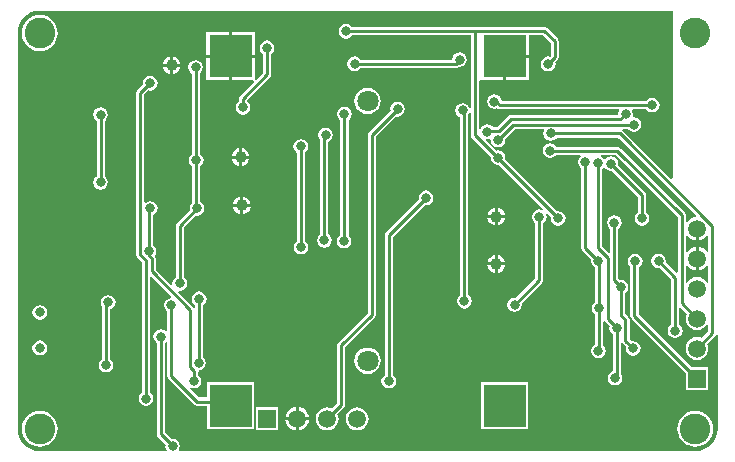
<source format=gbl>
G04 Layer_Physical_Order=2*
G04 Layer_Color=16711680*
%FSLAX25Y25*%
%MOIN*%
G70*
G01*
G75*
%ADD29C,0.01000*%
%ADD30C,0.10236*%
%ADD31R,0.05906X0.05906*%
%ADD32C,0.05906*%
%ADD33R,0.05906X0.05906*%
%ADD34C,0.07087*%
%ADD35C,0.03150*%
%ADD36C,0.03937*%
%ADD37R,0.14173X0.14173*%
G36*
X228453Y71670D02*
X228985Y71740D01*
X229946Y72138D01*
X230772Y72771D01*
X231218Y73353D01*
X231718Y73183D01*
Y67998D01*
X231218Y67828D01*
X230772Y68410D01*
X229946Y69043D01*
X228985Y69442D01*
X228453Y69512D01*
Y65591D01*
Y61669D01*
X228985Y61739D01*
X229946Y62138D01*
X230772Y62771D01*
X231218Y63353D01*
X231718Y63183D01*
Y57683D01*
X231376Y57546D01*
X231218Y57544D01*
X230648Y58286D01*
X229859Y58892D01*
X228939Y59273D01*
X227953Y59403D01*
X226966Y59273D01*
X226047Y58892D01*
X225257Y58286D01*
X224687Y57544D01*
X224530Y57546D01*
X224187Y57683D01*
Y63183D01*
X224687Y63353D01*
X225134Y62771D01*
X225959Y62138D01*
X226921Y61739D01*
X227453Y61669D01*
Y65591D01*
Y69512D01*
X226921Y69442D01*
X225959Y69043D01*
X225134Y68410D01*
X224687Y67828D01*
X224187Y67998D01*
Y73183D01*
X224687Y73353D01*
X225134Y72771D01*
X225959Y72138D01*
X226921Y71740D01*
X227453Y71670D01*
Y75590D01*
X228453D01*
Y71670D01*
D02*
G37*
G36*
X8858Y148161D02*
X219882D01*
Y130512D01*
Y92280D01*
X219420Y92089D01*
X203269Y108240D01*
X203054Y108384D01*
X203205Y108884D01*
X204905D01*
X205158Y108505D01*
X205953Y107974D01*
X206890Y107788D01*
X207827Y107974D01*
X208621Y108505D01*
X209152Y109299D01*
X209338Y110236D01*
X209152Y111173D01*
X208621Y111968D01*
X207827Y112498D01*
X206890Y112685D01*
X206840Y112675D01*
X206449Y113107D01*
X206582Y113779D01*
X206396Y114717D01*
X206248Y114939D01*
X206484Y115380D01*
X211008D01*
X211261Y115001D01*
X212055Y114470D01*
X212992Y114284D01*
X213929Y114470D01*
X214724Y115001D01*
X215254Y115795D01*
X215441Y116732D01*
X215254Y117669D01*
X214724Y118464D01*
X213929Y118994D01*
X212992Y119181D01*
X212055Y118994D01*
X211261Y118464D01*
X211008Y118085D01*
X162848D01*
X162695Y118850D01*
X162164Y119645D01*
X161370Y120176D01*
X160433Y120362D01*
X159496Y120176D01*
X158702Y119645D01*
X158171Y118850D01*
X157984Y117913D01*
X158171Y116976D01*
X158702Y116182D01*
X159496Y115651D01*
X160433Y115465D01*
X161370Y115651D01*
X161402Y115673D01*
X161687Y115482D01*
X162205Y115380D01*
X201784D01*
X202020Y114939D01*
X201872Y114717D01*
X201685Y113779D01*
X201387Y113416D01*
X165976D01*
X165976Y113416D01*
X165458Y113313D01*
X165019Y113020D01*
X161372Y109372D01*
X159958D01*
X159802Y109606D01*
X159008Y110136D01*
X158071Y110323D01*
X157134Y110136D01*
X156339Y109606D01*
X155809Y108811D01*
X155790Y108716D01*
X155290Y108765D01*
Y124750D01*
X155693Y124984D01*
X163279D01*
Y133071D01*
X163779D01*
Y133571D01*
X171866D01*
Y140131D01*
X176459D01*
X179159Y137432D01*
Y133238D01*
X178793Y132872D01*
X178347Y132960D01*
X177409Y132774D01*
X176615Y132243D01*
X176084Y131449D01*
X175898Y130512D01*
X176084Y129575D01*
X176615Y128780D01*
X177409Y128250D01*
X178347Y128063D01*
X179283Y128250D01*
X180078Y128780D01*
X180609Y129575D01*
X180795Y130512D01*
X180706Y130958D01*
X181468Y131721D01*
X181468Y131721D01*
X181762Y132159D01*
X181865Y132677D01*
X181865Y132677D01*
Y137992D01*
X181865Y137992D01*
X181762Y138510D01*
X181468Y138949D01*
X181468Y138949D01*
X177976Y142441D01*
X177537Y142734D01*
X177020Y142837D01*
X177020Y142837D01*
X112911D01*
X112755Y143070D01*
X111961Y143601D01*
X111024Y143787D01*
X110087Y143601D01*
X109292Y143070D01*
X108761Y142276D01*
X108575Y141339D01*
X108761Y140401D01*
X109292Y139607D01*
X110087Y139076D01*
X111024Y138890D01*
X111961Y139076D01*
X112755Y139607D01*
X113105Y140131D01*
X152584D01*
Y115852D01*
X152084Y115803D01*
X152065Y115898D01*
X151535Y116692D01*
X150740Y117223D01*
X149803Y117409D01*
X148866Y117223D01*
X148072Y116692D01*
X147541Y115898D01*
X147354Y114961D01*
X147541Y114024D01*
X148072Y113229D01*
X148844Y112713D01*
Y112599D01*
X148844Y112598D01*
X148947Y112081D01*
X149041Y111940D01*
Y53362D01*
X148662Y53109D01*
X148132Y52315D01*
X147945Y51378D01*
X148132Y50441D01*
X148662Y49646D01*
X149457Y49116D01*
X150394Y48929D01*
X151331Y49116D01*
X152125Y49646D01*
X152656Y50441D01*
X152842Y51378D01*
X152656Y52315D01*
X152125Y53109D01*
X151746Y53362D01*
Y112401D01*
X151746Y112402D01*
X151644Y112919D01*
X151550Y113060D01*
Y113252D01*
X152065Y114024D01*
X152084Y114118D01*
X152584Y114069D01*
Y106693D01*
X152584Y106693D01*
X152687Y106175D01*
X152980Y105736D01*
X159222Y99495D01*
X159166Y99213D01*
X159352Y98276D01*
X159883Y97481D01*
X160677Y96950D01*
X161614Y96764D01*
X161897Y96820D01*
X176453Y82263D01*
X176192Y81817D01*
X175394Y81976D01*
X174457Y81790D01*
X173662Y81259D01*
X173132Y80465D01*
X172945Y79528D01*
X173132Y78591D01*
X173662Y77796D01*
X174041Y77543D01*
Y59025D01*
X167573Y52557D01*
X167126Y52645D01*
X166189Y52459D01*
X165394Y51928D01*
X164864Y51134D01*
X164677Y50197D01*
X164864Y49260D01*
X165394Y48465D01*
X166189Y47935D01*
X167126Y47748D01*
X168063Y47935D01*
X168857Y48465D01*
X169388Y49260D01*
X169575Y50197D01*
X169486Y50643D01*
X176350Y57508D01*
X176350Y57508D01*
X176644Y57947D01*
X176746Y58465D01*
Y77543D01*
X177125Y77796D01*
X177656Y78591D01*
X177842Y79528D01*
X177683Y80326D01*
X178129Y80587D01*
X179333Y79384D01*
X179244Y78937D01*
X179431Y78000D01*
X179962Y77206D01*
X180756Y76675D01*
X181693Y76488D01*
X182630Y76675D01*
X183424Y77206D01*
X183955Y78000D01*
X184142Y78937D01*
X183955Y79874D01*
X183424Y80668D01*
X182630Y81199D01*
X181693Y81386D01*
X181246Y81297D01*
X163941Y98602D01*
X164063Y99213D01*
X163876Y100150D01*
X163346Y100944D01*
X162551Y101475D01*
X161614Y101661D01*
X161003Y101540D01*
X157517Y105026D01*
X157764Y105487D01*
X158071Y105425D01*
X158744Y105559D01*
X159176Y105168D01*
X159166Y105118D01*
X159352Y104181D01*
X159883Y103387D01*
X160677Y102856D01*
X161614Y102670D01*
X162551Y102856D01*
X163346Y103387D01*
X163876Y104181D01*
X164063Y105118D01*
X163974Y105565D01*
X167293Y108884D01*
X176784D01*
X177020Y108442D01*
X176872Y108221D01*
X176685Y107283D01*
X176872Y106346D01*
X177402Y105552D01*
X178197Y105021D01*
X179134Y104835D01*
X180071Y105021D01*
X180865Y105552D01*
X181118Y105931D01*
X201752D01*
X227642Y80041D01*
X227462Y79513D01*
X226921Y79442D01*
X225959Y79043D01*
X225134Y78410D01*
X224687Y77828D01*
X224187Y77998D01*
Y80118D01*
X224187Y80118D01*
X224084Y80636D01*
X223791Y81075D01*
X223791Y81075D01*
X202334Y102531D01*
X201896Y102825D01*
X201378Y102928D01*
X201378Y102928D01*
X180921D01*
X180668Y103306D01*
X179874Y103837D01*
X178937Y104023D01*
X178000Y103837D01*
X177206Y103306D01*
X176675Y102512D01*
X176488Y101575D01*
X176675Y100638D01*
X177206Y99843D01*
X178000Y99313D01*
X178937Y99126D01*
X179874Y99313D01*
X180668Y99843D01*
X180921Y100222D01*
X189098D01*
X189250Y99722D01*
X189017Y99566D01*
X188486Y98772D01*
X188299Y97835D01*
X188486Y96898D01*
X189017Y96103D01*
X189395Y95850D01*
Y69095D01*
X189395Y69095D01*
X189498Y68577D01*
X189792Y68138D01*
X192719Y65210D01*
X192630Y64764D01*
X192816Y63827D01*
X193347Y63032D01*
X193923Y62648D01*
Y51000D01*
X193544Y50747D01*
X193013Y49953D01*
X192827Y49016D01*
X193013Y48079D01*
X193544Y47284D01*
X193923Y47031D01*
Y36959D01*
X193347Y36574D01*
X192816Y35780D01*
X192630Y34843D01*
X192816Y33906D01*
X193347Y33111D01*
X194142Y32580D01*
X195079Y32394D01*
X196016Y32580D01*
X196810Y33111D01*
X197341Y33906D01*
X197527Y34843D01*
X197341Y35780D01*
X196810Y36574D01*
X196628Y36695D01*
Y44554D01*
X197128Y44705D01*
X197221Y44567D01*
X198821Y42966D01*
X198732Y42520D01*
X198919Y41583D01*
X199450Y40788D01*
X199828Y40535D01*
Y28084D01*
X199653Y28050D01*
X198859Y27519D01*
X198328Y26724D01*
X198142Y25787D01*
X198328Y24850D01*
X198859Y24056D01*
X199653Y23525D01*
X200591Y23339D01*
X201528Y23525D01*
X202322Y24056D01*
X202853Y24850D01*
X203039Y25787D01*
X202853Y26724D01*
X202534Y27202D01*
Y37270D01*
X203034Y37422D01*
X203126Y37284D01*
X204333Y36077D01*
X204244Y35630D01*
X204431Y34693D01*
X204961Y33898D01*
X205756Y33368D01*
X206693Y33181D01*
X207630Y33368D01*
X208424Y33898D01*
X208955Y34693D01*
X209141Y35630D01*
X208955Y36567D01*
X208424Y37361D01*
X207630Y37892D01*
X206693Y38078D01*
X206246Y37990D01*
X205435Y38800D01*
Y45245D01*
X205332Y45763D01*
X205039Y46202D01*
X205039Y46202D01*
X203912Y47329D01*
Y54118D01*
X204291Y54371D01*
X204821Y55165D01*
X205008Y56102D01*
X204821Y57039D01*
X204291Y57834D01*
X203496Y58365D01*
X202559Y58551D01*
X202112Y58462D01*
X201747Y58828D01*
Y75575D01*
X202125Y75828D01*
X202656Y76622D01*
X202842Y77559D01*
X202656Y78496D01*
X202125Y79290D01*
X201331Y79821D01*
X200394Y80008D01*
X199457Y79821D01*
X198662Y79290D01*
X198132Y78496D01*
X197945Y77559D01*
X198132Y76622D01*
X198662Y75828D01*
X199041Y75575D01*
Y67471D01*
X198579Y67280D01*
X196235Y69624D01*
Y95456D01*
X196613Y95710D01*
X196731Y95886D01*
X197231D01*
X197481Y95513D01*
X198275Y94982D01*
X199213Y94796D01*
X199659Y94884D01*
X208293Y86251D01*
Y80922D01*
X207914Y80668D01*
X207383Y79874D01*
X207197Y78937D01*
X207383Y78000D01*
X207914Y77206D01*
X208709Y76675D01*
X209646Y76488D01*
X210583Y76675D01*
X211377Y77206D01*
X211908Y78000D01*
X212094Y78937D01*
X211908Y79874D01*
X211377Y80668D01*
X210998Y80922D01*
Y86811D01*
X210998Y86811D01*
X210895Y87329D01*
X210602Y87768D01*
X201572Y96797D01*
X201661Y97244D01*
X201475Y98181D01*
X200944Y98975D01*
X200150Y99506D01*
X199213Y99693D01*
X198275Y99506D01*
X197481Y98975D01*
X197363Y98799D01*
X196863D01*
X196613Y99172D01*
X195819Y99703D01*
X195724Y99722D01*
X195773Y100222D01*
X200818D01*
X221482Y79558D01*
Y61006D01*
X221020Y60814D01*
X217517Y64317D01*
X217606Y64764D01*
X217420Y65701D01*
X216889Y66495D01*
X216094Y67026D01*
X215158Y67212D01*
X214220Y67026D01*
X213426Y66495D01*
X212895Y65701D01*
X212709Y64764D01*
X212895Y63827D01*
X213426Y63032D01*
X214220Y62502D01*
X215158Y62315D01*
X215604Y62404D01*
X219317Y58692D01*
Y43520D01*
X218938Y43267D01*
X218407Y42472D01*
X218221Y41535D01*
X218407Y40598D01*
X218938Y39804D01*
X219732Y39273D01*
X220669Y39087D01*
X221606Y39273D01*
X222401Y39804D01*
X222932Y40598D01*
X223118Y41535D01*
X222932Y42472D01*
X222401Y43267D01*
X222022Y43520D01*
Y48955D01*
X222484Y49146D01*
X224500Y47131D01*
X224271Y46577D01*
X224141Y45591D01*
X224271Y44604D01*
X224651Y43685D01*
X225257Y42895D01*
X226047Y42289D01*
X226966Y41908D01*
X227953Y41778D01*
X228939Y41908D01*
X229859Y42289D01*
X230648Y42895D01*
X231218Y43637D01*
X231376Y43635D01*
X231718Y43498D01*
Y41269D01*
X229493Y39044D01*
X228939Y39273D01*
X227953Y39403D01*
X226966Y39273D01*
X226047Y38892D01*
X225257Y38286D01*
X224651Y37497D01*
X224271Y36577D01*
X224141Y35591D01*
X224271Y34604D01*
X224651Y33685D01*
X225257Y32895D01*
X226047Y32289D01*
X226966Y31908D01*
X227953Y31778D01*
X228939Y31908D01*
X229859Y32289D01*
X230648Y32895D01*
X231254Y33685D01*
X231635Y34604D01*
X231765Y35591D01*
X231635Y36577D01*
X231406Y37130D01*
X234027Y39752D01*
X234275Y40123D01*
X234548Y40116D01*
X234775Y40040D01*
Y8858D01*
X234784Y8813D01*
X234646Y7409D01*
X234224Y6016D01*
X233537Y4732D01*
X232614Y3607D01*
X231488Y2683D01*
X230204Y1997D01*
X228811Y1574D01*
X227408Y1436D01*
X227362Y1445D01*
X55429D01*
X55194Y1886D01*
X55412Y2213D01*
X55598Y3150D01*
X55412Y4087D01*
X54881Y4881D01*
X54087Y5412D01*
X53150Y5598D01*
X52703Y5509D01*
X50565Y7647D01*
Y37482D01*
X50929Y37753D01*
X51403Y37599D01*
Y26378D01*
X51403Y26378D01*
X51506Y25860D01*
X51799Y25421D01*
X60264Y16957D01*
X60264Y16957D01*
X60703Y16664D01*
X61221Y16561D01*
X61221Y16561D01*
X64528D01*
Y8622D01*
X80354D01*
Y24449D01*
X64528D01*
Y19266D01*
X61781D01*
X58721Y22326D01*
X59040Y22714D01*
X59299Y22541D01*
X60236Y22354D01*
X61173Y22541D01*
X61968Y23072D01*
X62498Y23866D01*
X62685Y24803D01*
X62498Y25740D01*
X61968Y26535D01*
X61589Y26788D01*
Y27794D01*
X61800Y28238D01*
X62072Y28312D01*
X62748Y28446D01*
X63542Y28977D01*
X64073Y29772D01*
X64259Y30709D01*
X64073Y31646D01*
X63542Y32440D01*
X63361Y32561D01*
Y50181D01*
X63739Y50434D01*
X64270Y51228D01*
X64456Y52165D01*
X64270Y53102D01*
X63739Y53897D01*
X62945Y54428D01*
X62008Y54614D01*
X61071Y54428D01*
X60276Y53897D01*
X59746Y53102D01*
X59559Y52165D01*
X59746Y51228D01*
X60276Y50434D01*
X60655Y50181D01*
Y49158D01*
X60159Y49089D01*
X59866Y49528D01*
X59866Y49528D01*
X54958Y54435D01*
X55205Y54896D01*
X55512Y54835D01*
X56449Y55021D01*
X57243Y55552D01*
X57774Y56346D01*
X57960Y57284D01*
X57774Y58220D01*
X57243Y59015D01*
X56865Y59268D01*
Y76015D01*
X60774Y79924D01*
X61221Y79835D01*
X62157Y80021D01*
X62952Y80552D01*
X63483Y81346D01*
X63669Y82284D01*
X63483Y83220D01*
X62952Y84015D01*
X62376Y84399D01*
Y96441D01*
X62755Y96694D01*
X63286Y97488D01*
X63472Y98425D01*
X63286Y99362D01*
X62755Y100157D01*
X62376Y100410D01*
Y127478D01*
X62558Y127599D01*
X63089Y128394D01*
X63275Y129331D01*
X63089Y130268D01*
X62558Y131062D01*
X61764Y131593D01*
X60827Y131779D01*
X59890Y131593D01*
X59095Y131062D01*
X58565Y130268D01*
X58378Y129331D01*
X58565Y128394D01*
X59095Y127599D01*
X59671Y127215D01*
Y100410D01*
X59292Y100157D01*
X58761Y99362D01*
X58575Y98425D01*
X58761Y97488D01*
X59292Y96694D01*
X59671Y96441D01*
Y84136D01*
X59489Y84015D01*
X58958Y83220D01*
X58772Y82284D01*
X58861Y81837D01*
X54555Y77531D01*
X54262Y77092D01*
X54159Y76575D01*
X54159Y76575D01*
Y59268D01*
X53780Y59015D01*
X53250Y58220D01*
X53063Y57284D01*
X53124Y56976D01*
X52663Y56730D01*
X47471Y61923D01*
Y65748D01*
X47368Y66265D01*
X47150Y66592D01*
X47538Y67173D01*
X47724Y68110D01*
X47538Y69047D01*
X47007Y69842D01*
X46628Y70095D01*
Y80036D01*
X47401Y80552D01*
X47932Y81346D01*
X48118Y82284D01*
X47932Y83220D01*
X47401Y84015D01*
X46606Y84546D01*
X45669Y84732D01*
X44732Y84546D01*
X44227Y84208D01*
X43727Y84475D01*
Y120357D01*
X45058Y121688D01*
X45669Y121567D01*
X46606Y121753D01*
X47401Y122284D01*
X47931Y123078D01*
X48118Y124015D01*
X47931Y124952D01*
X47401Y125747D01*
X46606Y126278D01*
X45669Y126464D01*
X44732Y126278D01*
X43938Y125747D01*
X43407Y124952D01*
X43221Y124015D01*
X43277Y123733D01*
X41418Y121874D01*
X41124Y121435D01*
X41021Y120917D01*
X41021Y120917D01*
Y66908D01*
X41021Y66908D01*
X41124Y66391D01*
X41418Y65952D01*
X42939Y64431D01*
Y20882D01*
X42560Y20629D01*
X42029Y19835D01*
X41843Y18898D01*
X42029Y17961D01*
X42560Y17166D01*
X43354Y16635D01*
X44291Y16449D01*
X45228Y16635D01*
X46023Y17166D01*
X46554Y17961D01*
X46740Y18898D01*
X46554Y19835D01*
X46023Y20629D01*
X45644Y20882D01*
Y59270D01*
X46106Y59461D01*
X52633Y52934D01*
X52469Y52391D01*
X51819Y52262D01*
X51025Y51731D01*
X50494Y50937D01*
X50307Y50000D01*
X50494Y49063D01*
X51025Y48269D01*
X51403Y48015D01*
Y41443D01*
X50903Y41326D01*
X50150Y41829D01*
X49213Y42016D01*
X48276Y41829D01*
X47481Y41298D01*
X46950Y40504D01*
X46764Y39567D01*
X46950Y38630D01*
X47481Y37835D01*
X47860Y37582D01*
Y7087D01*
X47860Y7087D01*
X47963Y6569D01*
X48256Y6130D01*
X50790Y3596D01*
X50701Y3150D01*
X50887Y2213D01*
X51105Y1886D01*
X50870Y1445D01*
X8858D01*
X8813Y1436D01*
X7409Y1574D01*
X6016Y1997D01*
X4732Y2683D01*
X3607Y3607D01*
X2683Y4732D01*
X1997Y6016D01*
X1574Y7409D01*
X1436Y8813D01*
X1445Y8858D01*
Y140748D01*
X1436Y140794D01*
X1574Y142197D01*
X1997Y143590D01*
X2683Y144874D01*
X3607Y146000D01*
X4732Y146923D01*
X6016Y147609D01*
X7409Y148032D01*
X8813Y148170D01*
X8858Y148161D01*
D02*
G37*
%LPC*%
G36*
X163952Y63279D02*
X161524D01*
Y60851D01*
X161799Y60887D01*
X162521Y61186D01*
X163141Y61662D01*
X163617Y62283D01*
X163916Y63005D01*
X163952Y63279D01*
D02*
G37*
G36*
X160524Y66708D02*
X160249Y66672D01*
X159527Y66373D01*
X158906Y65897D01*
X158431Y65277D01*
X158132Y64555D01*
X158095Y64280D01*
X160524D01*
Y66708D01*
D02*
G37*
G36*
Y63279D02*
X158095D01*
X158132Y63005D01*
X158431Y62283D01*
X158906Y61662D01*
X159527Y61186D01*
X160249Y60887D01*
X160524Y60851D01*
Y63279D01*
D02*
G37*
G36*
X8858Y50086D02*
X7921Y49900D01*
X7127Y49369D01*
X6596Y48575D01*
X6410Y47638D01*
X6596Y46701D01*
X7127Y45906D01*
X7921Y45375D01*
X8858Y45189D01*
X9795Y45375D01*
X10590Y45906D01*
X11120Y46701D01*
X11307Y47638D01*
X11120Y48575D01*
X10590Y49369D01*
X9795Y49900D01*
X8858Y50086D01*
D02*
G37*
G36*
Y38275D02*
X7921Y38089D01*
X7127Y37558D01*
X6596Y36764D01*
X6410Y35827D01*
X6596Y34890D01*
X7127Y34095D01*
X7921Y33564D01*
X8858Y33378D01*
X9795Y33564D01*
X10590Y34095D01*
X11120Y34890D01*
X11307Y35827D01*
X11120Y36764D01*
X10590Y37558D01*
X9795Y38089D01*
X8858Y38275D01*
D02*
G37*
G36*
X161524Y66708D02*
Y64280D01*
X163952D01*
X163916Y64555D01*
X163617Y65277D01*
X163141Y65897D01*
X162521Y66373D01*
X161799Y66672D01*
X161524Y66708D01*
D02*
G37*
G36*
X160524Y79028D02*
X158095D01*
X158132Y78753D01*
X158431Y78031D01*
X158906Y77410D01*
X159527Y76935D01*
X160249Y76635D01*
X160524Y76599D01*
Y79028D01*
D02*
G37*
G36*
X163952D02*
X161524D01*
Y76599D01*
X161799Y76635D01*
X162521Y76935D01*
X163141Y77410D01*
X163617Y78031D01*
X163916Y78753D01*
X163952Y79028D01*
D02*
G37*
G36*
X104134Y109142D02*
X103197Y108955D01*
X102402Y108424D01*
X101872Y107630D01*
X101685Y106693D01*
X101872Y105756D01*
X102387Y104984D01*
Y73638D01*
X102009Y73385D01*
X101478Y72591D01*
X101292Y71653D01*
X101478Y70717D01*
X102009Y69922D01*
X102803Y69391D01*
X103740Y69205D01*
X104677Y69391D01*
X105472Y69922D01*
X106002Y70717D01*
X106189Y71653D01*
X106002Y72591D01*
X105472Y73385D01*
X105093Y73638D01*
Y104445D01*
X105865Y104962D01*
X106396Y105756D01*
X106582Y106693D01*
X106396Y107630D01*
X105865Y108424D01*
X105071Y108955D01*
X104134Y109142D01*
D02*
G37*
G36*
X95866Y105401D02*
X94929Y105215D01*
X94135Y104684D01*
X93604Y103890D01*
X93418Y102953D01*
X93604Y102016D01*
X94135Y101221D01*
X94612Y100902D01*
Y71374D01*
X94233Y71121D01*
X93702Y70327D01*
X93516Y69390D01*
X93702Y68453D01*
X94233Y67658D01*
X95028Y67128D01*
X95965Y66941D01*
X96902Y67128D01*
X97696Y67658D01*
X98227Y68453D01*
X98413Y69390D01*
X98227Y70327D01*
X97696Y71121D01*
X97317Y71374D01*
Y101034D01*
X97598Y101221D01*
X98128Y102016D01*
X98315Y102953D01*
X98128Y103890D01*
X97598Y104684D01*
X96803Y105215D01*
X95866Y105401D01*
D02*
G37*
G36*
X110433Y116228D02*
X109496Y116042D01*
X108702Y115511D01*
X108171Y114717D01*
X107984Y113779D01*
X108171Y112843D01*
X108702Y112048D01*
X109080Y111795D01*
Y73573D01*
X108505Y73188D01*
X107974Y72394D01*
X107788Y71457D01*
X107974Y70520D01*
X108505Y69725D01*
X109299Y69195D01*
X110236Y69008D01*
X111173Y69195D01*
X111968Y69725D01*
X112498Y70520D01*
X112685Y71457D01*
X112498Y72394D01*
X111968Y73188D01*
X111786Y73310D01*
Y111795D01*
X112164Y112048D01*
X112695Y112843D01*
X112882Y113779D01*
X112695Y114717D01*
X112164Y115511D01*
X111370Y116042D01*
X110433Y116228D01*
D02*
G37*
G36*
X98567Y11705D02*
X95146D01*
Y8284D01*
X95678Y8354D01*
X96639Y8752D01*
X97465Y9386D01*
X98098Y10211D01*
X98497Y11173D01*
X98567Y11705D01*
D02*
G37*
G36*
X114646Y16017D02*
X113659Y15887D01*
X112740Y15506D01*
X111950Y14900D01*
X111344Y14111D01*
X110963Y13191D01*
X110834Y12205D01*
X110963Y11218D01*
X111344Y10299D01*
X111950Y9509D01*
X112740Y8903D01*
X113659Y8523D01*
X114646Y8393D01*
X115632Y8523D01*
X116552Y8903D01*
X117341Y9509D01*
X117947Y10299D01*
X118328Y11218D01*
X118458Y12205D01*
X118328Y13191D01*
X117947Y14111D01*
X117341Y14900D01*
X116552Y15506D01*
X115632Y15887D01*
X114646Y16017D01*
D02*
G37*
G36*
X88425Y15984D02*
X80866D01*
Y8425D01*
X88425D01*
Y15984D01*
D02*
G37*
G36*
X8858Y14832D02*
X7693Y14717D01*
X6572Y14377D01*
X5539Y13825D01*
X4634Y13082D01*
X3891Y12177D01*
X3339Y11144D01*
X2999Y10024D01*
X2885Y8858D01*
X2999Y7693D01*
X3339Y6572D01*
X3891Y5539D01*
X4634Y4634D01*
X5539Y3891D01*
X6572Y3339D01*
X7693Y2999D01*
X8858Y2885D01*
X10024Y2999D01*
X11144Y3339D01*
X12177Y3891D01*
X13082Y4634D01*
X13825Y5539D01*
X14377Y6572D01*
X14717Y7693D01*
X14832Y8858D01*
X14717Y10024D01*
X14377Y11144D01*
X13825Y12177D01*
X13082Y13082D01*
X12177Y13825D01*
X11144Y14377D01*
X10024Y14717D01*
X8858Y14832D01*
D02*
G37*
G36*
X227362D02*
X226197Y14717D01*
X225076Y14377D01*
X224043Y13825D01*
X223138Y13082D01*
X222395Y12177D01*
X221843Y11144D01*
X221503Y10024D01*
X221389Y8858D01*
X221503Y7693D01*
X221843Y6572D01*
X222395Y5539D01*
X223138Y4634D01*
X224043Y3891D01*
X225076Y3339D01*
X226197Y2999D01*
X227362Y2885D01*
X228528Y2999D01*
X229648Y3339D01*
X230681Y3891D01*
X231586Y4634D01*
X232329Y5539D01*
X232881Y6572D01*
X233221Y7693D01*
X233336Y8858D01*
X233221Y10024D01*
X232881Y11144D01*
X232329Y12177D01*
X231586Y13082D01*
X230681Y13825D01*
X229648Y14377D01*
X228528Y14717D01*
X227362Y14832D01*
D02*
G37*
G36*
X94146Y11705D02*
X90725D01*
X90795Y11173D01*
X91193Y10211D01*
X91826Y9386D01*
X92652Y8752D01*
X93614Y8354D01*
X94146Y8284D01*
Y11705D01*
D02*
G37*
G36*
X207319Y67212D02*
X206382Y67026D01*
X205587Y66495D01*
X205057Y65701D01*
X204870Y64764D01*
X205057Y63827D01*
X205587Y63032D01*
X205734Y62934D01*
Y46457D01*
X205734Y46457D01*
X205837Y45939D01*
X206130Y45500D01*
X224173Y27457D01*
Y21811D01*
X231732D01*
Y29370D01*
X226086D01*
X208439Y47017D01*
Y62624D01*
X209050Y63032D01*
X209581Y63827D01*
X209768Y64764D01*
X209581Y65701D01*
X209050Y66495D01*
X208256Y67026D01*
X207319Y67212D01*
D02*
G37*
G36*
X118110Y35904D02*
X116969Y35754D01*
X115906Y35313D01*
X114994Y34613D01*
X114293Y33700D01*
X113853Y32637D01*
X113702Y31496D01*
X113853Y30355D01*
X114293Y29292D01*
X114994Y28379D01*
X115906Y27679D01*
X116969Y27239D01*
X118110Y27088D01*
X119251Y27239D01*
X120314Y27679D01*
X121227Y28379D01*
X121927Y29292D01*
X122368Y30355D01*
X122518Y31496D01*
X122368Y32637D01*
X121927Y33700D01*
X121227Y34613D01*
X120314Y35313D01*
X119251Y35754D01*
X118110Y35904D01*
D02*
G37*
G36*
X31693Y53433D02*
X30756Y53246D01*
X29961Y52716D01*
X29431Y51921D01*
X29244Y50984D01*
X29431Y50047D01*
X29553Y49865D01*
Y32103D01*
X29174Y31850D01*
X28643Y31055D01*
X28457Y30118D01*
X28643Y29181D01*
X29174Y28387D01*
X29969Y27856D01*
X30906Y27670D01*
X31843Y27856D01*
X32637Y28387D01*
X33168Y29181D01*
X33354Y30118D01*
X33168Y31055D01*
X32637Y31850D01*
X32258Y32103D01*
Y48648D01*
X32630Y48722D01*
X33424Y49253D01*
X33955Y50047D01*
X34141Y50984D01*
X33955Y51921D01*
X33424Y52716D01*
X32630Y53246D01*
X31693Y53433D01*
D02*
G37*
G36*
X171693Y24449D02*
X155866D01*
Y8622D01*
X171693D01*
Y24449D01*
D02*
G37*
G36*
X94146Y16126D02*
X93614Y16056D01*
X92652Y15657D01*
X91826Y15024D01*
X91193Y14198D01*
X90795Y13237D01*
X90725Y12705D01*
X94146D01*
Y16126D01*
D02*
G37*
G36*
X95146D02*
Y12705D01*
X98567D01*
X98497Y13237D01*
X98098Y14198D01*
X97465Y15024D01*
X96639Y15657D01*
X95678Y16056D01*
X95146Y16126D01*
D02*
G37*
G36*
X160524Y82456D02*
X160249Y82420D01*
X159527Y82121D01*
X158906Y81645D01*
X158431Y81025D01*
X158132Y80303D01*
X158095Y80028D01*
X160524D01*
Y82456D01*
D02*
G37*
G36*
X84646Y138275D02*
X83709Y138089D01*
X82914Y137558D01*
X82383Y136764D01*
X82197Y135827D01*
X82383Y134890D01*
X82914Y134095D01*
X83293Y133842D01*
Y127529D01*
X81028Y125264D01*
X80528Y125471D01*
Y132571D01*
X72941D01*
Y124984D01*
X80041D01*
X80248Y124484D01*
X75618Y119854D01*
X75325Y119415D01*
X75222Y118898D01*
X75222Y118898D01*
Y117929D01*
X74843Y117676D01*
X74313Y116882D01*
X74126Y115945D01*
X74313Y115008D01*
X74843Y114213D01*
X75638Y113683D01*
X76575Y113496D01*
X77512Y113683D01*
X78306Y114213D01*
X78837Y115008D01*
X79023Y115945D01*
X78837Y116882D01*
X78306Y117676D01*
X78013Y117873D01*
X77980Y118390D01*
X85602Y126012D01*
X85602Y126012D01*
X85896Y126451D01*
X85998Y126969D01*
Y133842D01*
X86377Y134095D01*
X86908Y134890D01*
X87094Y135827D01*
X86908Y136764D01*
X86377Y137558D01*
X85583Y138089D01*
X84646Y138275D01*
D02*
G37*
G36*
X52272Y129508D02*
X49843D01*
X49880Y129233D01*
X50179Y128511D01*
X50655Y127891D01*
X51275Y127415D01*
X51997Y127116D01*
X52272Y127080D01*
Y129508D01*
D02*
G37*
G36*
X55700D02*
X53272D01*
Y127080D01*
X53547Y127116D01*
X54269Y127415D01*
X54889Y127891D01*
X55365Y128511D01*
X55664Y129233D01*
X55700Y129508D01*
D02*
G37*
G36*
X118110Y122518D02*
X116969Y122368D01*
X115906Y121927D01*
X114994Y121227D01*
X114293Y120314D01*
X113853Y119251D01*
X113702Y118110D01*
X113853Y116969D01*
X114293Y115906D01*
X114994Y114994D01*
X115906Y114293D01*
X116969Y113853D01*
X118110Y113702D01*
X119251Y113853D01*
X120314Y114293D01*
X121227Y114994D01*
X121927Y115906D01*
X122368Y116969D01*
X122518Y118110D01*
X122368Y119251D01*
X121927Y120314D01*
X121227Y121227D01*
X120314Y121927D01*
X119251Y122368D01*
X118110Y122518D01*
D02*
G37*
G36*
X71941Y132571D02*
X64354D01*
Y124984D01*
X71941D01*
Y132571D01*
D02*
G37*
G36*
X171866D02*
X164279D01*
Y124984D01*
X171866D01*
Y132571D01*
D02*
G37*
G36*
X71941Y141157D02*
X64354D01*
Y133571D01*
X71941D01*
Y141157D01*
D02*
G37*
G36*
X80528D02*
X72941D01*
Y133571D01*
X80528D01*
Y141157D01*
D02*
G37*
G36*
X8858Y146722D02*
X7693Y146607D01*
X6572Y146267D01*
X5539Y145715D01*
X4634Y144972D01*
X3891Y144067D01*
X3339Y143034D01*
X2999Y141913D01*
X2885Y140748D01*
X2999Y139583D01*
X3339Y138462D01*
X3891Y137429D01*
X4634Y136524D01*
X5539Y135781D01*
X6572Y135229D01*
X7693Y134889D01*
X8858Y134774D01*
X10024Y134889D01*
X11144Y135229D01*
X12177Y135781D01*
X13082Y136524D01*
X13825Y137429D01*
X14377Y138462D01*
X14717Y139583D01*
X14832Y140748D01*
X14717Y141913D01*
X14377Y143034D01*
X13825Y144067D01*
X13082Y144972D01*
X12177Y145715D01*
X11144Y146267D01*
X10024Y146607D01*
X8858Y146722D01*
D02*
G37*
G36*
X52272Y132936D02*
X51997Y132900D01*
X51275Y132601D01*
X50655Y132125D01*
X50179Y131505D01*
X49880Y130783D01*
X49843Y130508D01*
X52272D01*
Y132936D01*
D02*
G37*
G36*
X53272D02*
Y130508D01*
X55700D01*
X55664Y130783D01*
X55365Y131505D01*
X54889Y132125D01*
X54269Y132601D01*
X53547Y132900D01*
X53272Y132936D01*
D02*
G37*
G36*
X148819Y134338D02*
X147882Y134152D01*
X147088Y133621D01*
X146557Y132827D01*
X146370Y131890D01*
X146350Y131865D01*
X115764D01*
X115511Y132243D01*
X114717Y132774D01*
X113779Y132960D01*
X112843Y132774D01*
X112048Y132243D01*
X111517Y131449D01*
X111331Y130512D01*
X111517Y129575D01*
X112048Y128780D01*
X112843Y128250D01*
X113779Y128063D01*
X114717Y128250D01*
X115511Y128780D01*
X115764Y129159D01*
X147441D01*
X147441Y129159D01*
X147959Y129262D01*
X148363Y129532D01*
X148819Y129441D01*
X149756Y129628D01*
X150550Y130158D01*
X151081Y130953D01*
X151268Y131890D01*
X151081Y132827D01*
X150550Y133621D01*
X149756Y134152D01*
X148819Y134338D01*
D02*
G37*
G36*
X137598Y88275D02*
X136661Y88089D01*
X135867Y87558D01*
X135336Y86764D01*
X135150Y85827D01*
X135239Y85380D01*
X124240Y74382D01*
X123947Y73943D01*
X123844Y73425D01*
X123844Y73425D01*
Y26788D01*
X123465Y26535D01*
X122935Y25740D01*
X122748Y24803D01*
X122935Y23866D01*
X123465Y23072D01*
X124260Y22541D01*
X125197Y22354D01*
X126134Y22541D01*
X126928Y23072D01*
X127459Y23866D01*
X127646Y24803D01*
X127459Y25740D01*
X126928Y26535D01*
X126550Y26788D01*
Y72865D01*
X137152Y83467D01*
X137598Y83378D01*
X138535Y83565D01*
X139330Y84095D01*
X139861Y84890D01*
X140047Y85827D01*
X139861Y86764D01*
X139330Y87558D01*
X138535Y88089D01*
X137598Y88275D01*
D02*
G37*
G36*
X75681Y86196D02*
X75406Y86160D01*
X74684Y85861D01*
X74064Y85385D01*
X73588Y84765D01*
X73289Y84043D01*
X73253Y83768D01*
X75681D01*
Y86196D01*
D02*
G37*
G36*
X76681D02*
Y83768D01*
X79109D01*
X79073Y84043D01*
X78774Y84765D01*
X78298Y85385D01*
X77678Y85861D01*
X76956Y86160D01*
X76681Y86196D01*
D02*
G37*
G36*
X161524Y82456D02*
Y80028D01*
X163952D01*
X163916Y80303D01*
X163617Y81025D01*
X163141Y81645D01*
X162521Y82121D01*
X161799Y82420D01*
X161524Y82456D01*
D02*
G37*
G36*
X75681Y82768D02*
X73253D01*
X73289Y82493D01*
X73588Y81771D01*
X74064Y81151D01*
X74684Y80675D01*
X75406Y80376D01*
X75681Y80339D01*
Y82768D01*
D02*
G37*
G36*
X79109D02*
X76681D01*
Y80339D01*
X76956Y80376D01*
X77678Y80675D01*
X78298Y81151D01*
X78774Y81771D01*
X79073Y82493D01*
X79109Y82768D01*
D02*
G37*
G36*
X75287Y102338D02*
X75012Y102302D01*
X74290Y102002D01*
X73670Y101527D01*
X73194Y100907D01*
X72895Y100184D01*
X72859Y99910D01*
X75287D01*
Y102338D01*
D02*
G37*
G36*
X76287D02*
Y99910D01*
X78716D01*
X78680Y100184D01*
X78380Y100907D01*
X77905Y101527D01*
X77284Y102002D01*
X76562Y102302D01*
X76287Y102338D01*
D02*
G37*
G36*
X128150Y117803D02*
X127213Y117617D01*
X126418Y117086D01*
X125887Y116291D01*
X125701Y115354D01*
X125790Y114908D01*
X118532Y107650D01*
X118238Y107211D01*
X118135Y106693D01*
X118135Y106693D01*
Y47411D01*
X108295Y37571D01*
X108002Y37132D01*
X107899Y36614D01*
X107899Y36614D01*
Y17371D01*
X106186Y15658D01*
X105632Y15887D01*
X104646Y16017D01*
X103659Y15887D01*
X102740Y15506D01*
X101950Y14900D01*
X101344Y14111D01*
X100963Y13191D01*
X100833Y12205D01*
X100963Y11218D01*
X101344Y10299D01*
X101950Y9509D01*
X102740Y8903D01*
X103659Y8523D01*
X104646Y8393D01*
X105632Y8523D01*
X106552Y8903D01*
X107341Y9509D01*
X107947Y10299D01*
X108328Y11218D01*
X108458Y12205D01*
X108328Y13191D01*
X108099Y13745D01*
X110208Y15854D01*
X110208Y15855D01*
X110502Y16293D01*
X110605Y16811D01*
Y36054D01*
X120445Y45894D01*
X120445Y45894D01*
X120738Y46333D01*
X120841Y46850D01*
X120841Y46850D01*
Y106133D01*
X127703Y112995D01*
X128150Y112906D01*
X129087Y113092D01*
X129881Y113623D01*
X130412Y114417D01*
X130598Y115354D01*
X130412Y116291D01*
X129881Y117086D01*
X129087Y117617D01*
X128150Y117803D01*
D02*
G37*
G36*
X29134Y116031D02*
X28197Y115845D01*
X27402Y115314D01*
X26872Y114520D01*
X26685Y113583D01*
X26872Y112646D01*
X27402Y111851D01*
X27781Y111598D01*
Y92929D01*
X27402Y92676D01*
X26872Y91882D01*
X26685Y90945D01*
X26872Y90008D01*
X27402Y89213D01*
X28197Y88683D01*
X29134Y88496D01*
X30071Y88683D01*
X30865Y89213D01*
X31396Y90008D01*
X31582Y90945D01*
X31396Y91882D01*
X30865Y92676D01*
X30487Y92929D01*
Y111598D01*
X30865Y111851D01*
X31396Y112646D01*
X31582Y113583D01*
X31396Y114520D01*
X30865Y115314D01*
X30071Y115845D01*
X29134Y116031D01*
D02*
G37*
G36*
X75287Y98909D02*
X72859D01*
X72895Y98634D01*
X73194Y97912D01*
X73670Y97292D01*
X74290Y96816D01*
X75012Y96517D01*
X75287Y96481D01*
Y98909D01*
D02*
G37*
G36*
X78716D02*
X76287D01*
Y96481D01*
X76562Y96517D01*
X77284Y96816D01*
X77905Y97292D01*
X78380Y97912D01*
X78680Y98634D01*
X78716Y98909D01*
D02*
G37*
%LPD*%
D29*
X52756Y26378D02*
Y50000D01*
Y26378D02*
X61221Y17913D01*
X71063D01*
X72441Y16535D01*
X49213Y7087D02*
Y39567D01*
Y7087D02*
X53150Y3150D01*
X159843Y15945D02*
X163189D01*
X163779Y16535D01*
X29134Y90945D02*
Y113583D01*
X61024Y82480D02*
Y98425D01*
Y82480D02*
X61221Y82284D01*
X61024Y98425D02*
Y129134D01*
X60827Y129331D02*
X61024Y129134D01*
X113779Y130512D02*
X147441D01*
X148819Y131890D01*
X111024Y141339D02*
X111169Y141484D01*
X177020D02*
X180512Y137992D01*
Y132677D02*
Y137992D01*
X178347Y130512D02*
X180512Y132677D01*
X61811Y30709D02*
X62008Y30906D01*
Y52165D01*
X60236Y24803D02*
Y28180D01*
X58909Y29507D02*
X60236Y28180D01*
X45276Y68110D02*
Y81890D01*
X45669Y82284D01*
X175394Y58465D02*
Y79528D01*
X167126Y50197D02*
X175394Y58465D01*
X103740Y71653D02*
Y106299D01*
X104134Y106693D01*
X95965Y69390D02*
Y102854D01*
X95866Y102953D02*
X95965Y102854D01*
X233071Y40709D02*
Y76525D01*
X227953Y35591D02*
X233071Y40709D01*
X222835Y50709D02*
Y80118D01*
Y50709D02*
X227953Y45591D01*
X207087Y46457D02*
X227953Y25591D01*
X207087Y46457D02*
Y64531D01*
X207319Y64764D01*
X199213Y97244D02*
X209646Y86811D01*
Y78937D02*
Y86811D01*
X125197Y24803D02*
Y73425D01*
X137598Y85827D01*
X119488Y106693D02*
X128150Y115354D01*
X119488Y46850D02*
Y106693D01*
X109252Y36614D02*
X119488Y46850D01*
X109252Y16811D02*
Y36614D01*
X104646Y12205D02*
X109252Y16811D01*
X200591Y25787D02*
X201181Y26378D01*
Y42520D01*
X195079Y64764D02*
X195276Y64567D01*
Y49016D02*
Y64567D01*
Y35039D02*
Y49016D01*
X195079Y34843D02*
X195276Y35039D01*
X200394Y58268D02*
Y77559D01*
Y58268D02*
X202559Y56102D01*
X204083Y38240D02*
X206693Y35630D01*
X204083Y38240D02*
Y45245D01*
X202559Y46769D02*
X204083Y45245D01*
X202559Y46769D02*
Y56102D01*
X42374Y120917D02*
X45472Y124015D01*
X45669D01*
X153937Y106693D02*
Y141484D01*
X111169D02*
X153937D01*
X177020D01*
X153937Y106693D02*
X181693Y78937D01*
X42374Y66908D02*
Y120917D01*
X58909Y29507D02*
Y48571D01*
X44291Y18898D02*
Y64991D01*
X42374Y66908D02*
X44291Y64991D01*
X45276Y66590D02*
Y68110D01*
Y66590D02*
X46118Y65748D01*
Y61362D02*
Y65748D01*
Y61362D02*
X58909Y48571D01*
X55512Y57284D02*
Y76575D01*
X61221Y82284D01*
X30906Y30118D02*
Y50197D01*
X31693Y50984D01*
X150394Y51378D02*
Y112402D01*
X150197Y112598D02*
X150394Y112402D01*
X162205Y116732D02*
X212992D01*
X161024Y117913D02*
X162205Y116732D01*
X160433Y117913D02*
X161024D01*
X150197Y112598D02*
Y114567D01*
X149803Y114961D02*
X150197Y114567D01*
X158071Y107874D02*
X158217Y108020D01*
X110236Y71457D02*
X110433Y71653D01*
Y113779D01*
X76575Y115945D02*
Y118898D01*
X84646Y126969D01*
Y135827D01*
X220669Y41535D02*
Y59252D01*
X215158Y64764D02*
X220669Y59252D01*
X166732Y110236D02*
X206890D01*
X161614Y105118D02*
X166732Y110236D01*
X158217Y108020D02*
X161932D01*
X165976Y112063D01*
X202417D01*
X204134Y113779D01*
X179134Y107283D02*
X202312D01*
X233071Y76525D01*
X201378Y101575D02*
X222835Y80118D01*
X178937Y101575D02*
X201378D01*
X194882Y69064D02*
Y97441D01*
Y69064D02*
X198177Y65769D01*
Y45524D02*
Y65769D01*
Y45524D02*
X201181Y42520D01*
X190748Y69095D02*
Y97835D01*
Y69095D02*
X195079Y64764D01*
D30*
X227362Y140748D02*
D03*
X8858D02*
D03*
Y8858D02*
D03*
X227362D02*
D03*
D31*
X227953Y25591D02*
D03*
D32*
Y35591D02*
D03*
Y45591D02*
D03*
Y55590D02*
D03*
Y65591D02*
D03*
Y75590D02*
D03*
X94646Y12205D02*
D03*
X104646D02*
D03*
X114646D02*
D03*
D33*
X84646D02*
D03*
D34*
X118110Y118110D02*
D03*
Y31496D02*
D03*
D35*
X8858Y47638D02*
D03*
Y35827D02*
D03*
X52756Y50000D02*
D03*
X49213Y39567D02*
D03*
X53150Y3150D02*
D03*
X159843Y15945D02*
D03*
X29134Y113583D02*
D03*
Y90945D02*
D03*
X61024Y98425D02*
D03*
X61221Y82284D02*
D03*
X60827Y129331D02*
D03*
X113779Y130512D02*
D03*
X148819Y131890D02*
D03*
X111024Y141339D02*
D03*
X178347Y130512D02*
D03*
X61811Y30709D02*
D03*
X62008Y52165D02*
D03*
X60236Y24803D02*
D03*
X45276Y68110D02*
D03*
X45669Y82284D02*
D03*
X175394Y79528D02*
D03*
X167126Y50197D02*
D03*
X110236Y71457D02*
D03*
X103740Y71653D02*
D03*
X104134Y106693D02*
D03*
X204134Y113779D02*
D03*
X95965Y69390D02*
D03*
X95866Y102953D02*
D03*
X206890Y110236D02*
D03*
X207319Y64764D02*
D03*
X199213Y97244D02*
D03*
X209646Y78937D02*
D03*
X125197Y24803D02*
D03*
X137598Y85827D02*
D03*
X212992Y116732D02*
D03*
X128150Y115354D02*
D03*
X200591Y25787D02*
D03*
X201181Y42520D02*
D03*
X195079Y64764D02*
D03*
X195276Y49016D02*
D03*
X195079Y34843D02*
D03*
X200394Y77559D02*
D03*
X202559Y56102D02*
D03*
X206693Y35630D02*
D03*
X44291Y18898D02*
D03*
X45669Y124015D02*
D03*
X181693Y78937D02*
D03*
X161614Y99213D02*
D03*
X55512Y57284D02*
D03*
X30906Y30118D02*
D03*
X31693Y50984D02*
D03*
X150394Y51378D02*
D03*
X160433Y117913D02*
D03*
X149803Y114961D02*
D03*
X161614Y105118D02*
D03*
X158071Y107874D02*
D03*
X110433Y113779D02*
D03*
X76575Y115945D02*
D03*
X84646Y135827D02*
D03*
X220669Y41535D02*
D03*
X215158Y64764D02*
D03*
X179134Y107283D02*
D03*
X178937Y101575D02*
D03*
X194882Y97441D02*
D03*
X190748Y97835D02*
D03*
D36*
X161024Y79528D02*
D03*
Y63779D02*
D03*
X75787Y99410D02*
D03*
X76181Y83268D02*
D03*
X52772Y130008D02*
D03*
D37*
X163779Y133071D02*
D03*
Y16535D02*
D03*
X72441Y133071D02*
D03*
Y16535D02*
D03*
M02*

</source>
